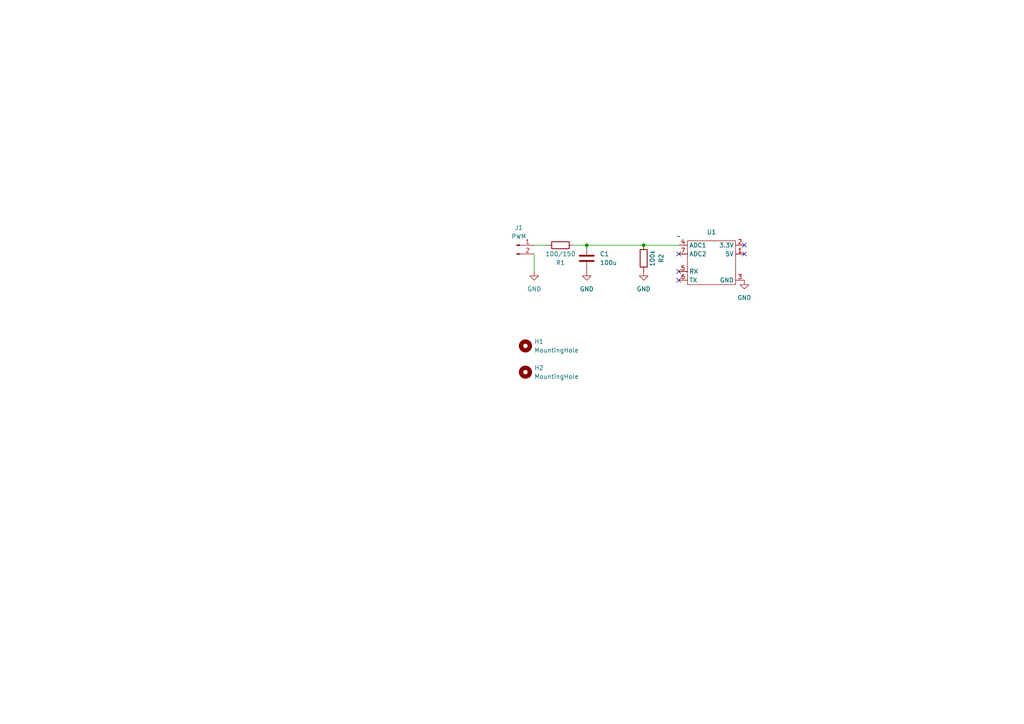
<source format=kicad_sch>
(kicad_sch (version 20230121) (generator eeschema)
  (paper "A4")
  (lib_symbols
    (symbol "--local:vesc_interface"
      (property "Reference" "U" (at 8.89 1.27 0))
      (symbol "vesc_interface_0_1"
        (rectangle (start 2.54 -1.27) (end 16.51 -13.97))
      )
      (symbol "vesc_interface_1_1"
        (pin input line (at 19.05 -5.08 180) (length 2.54) (name "5V") (number "1"))
        (pin input line (at 19.05 -2.54 180) (length 2.54) (name "3.3V") (number "2"))
        (pin input line (at 19.05 -12.7 180) (length 2.54) (name "GND") (number "3"))
        (pin input line (at 0 -2.54 0) (length 2.54) (name "ADC1") (number "4"))
        (pin input line (at 0 -10.16 0) (length 2.54) (name "RX") (number "5"))
        (pin input line (at 0 -12.7 0) (length 2.54) (name "TX") (number "6"))
        (pin input line (at 0 -5.08 0) (length 2.54) (name "ADC2") (number "7"))
      )
    )
    (symbol "Connector:Conn_01x02_Pin" (pin_names (offset 1.016) hide)
      (property "Reference" "J" (at 0 2.54 0))
      (property "Value" "Conn_01x02_Pin" (at 0 -5.08 0))
      (symbol "Conn_01x02_Pin_1_1"
        (polyline (pts (xy 1.27 -2.54) (xy 0.8636 -2.54)) (stroke (width 0.1524)))
        (polyline (pts (xy 1.27 0) (xy 0.8636 0)) (stroke (width 0.1524)))
        (rectangle (start 0.8636 -2.413) (end 0 -2.667) (stroke (width 0.1524)) (fill (type outline)))
        (rectangle (start 0.8636 0.127) (end 0 -0.127) (stroke (width 0.1524)) (fill (type outline)))
        (pin passive line (at 5.08 0 180) (length 3.81) (name "Pin_1") (number "1"))
        (pin passive line (at 5.08 -2.54 180) (length 3.81) (name "Pin_2") (number "2"))
      )
    )
    (symbol "Device:C" (pin_numbers hide) (pin_names (offset 0.254))
      (property "Reference" "C" (at 0.635 2.54 0))
      (property "Value" "C" (at 0.635 -2.54 0))
      (symbol "C_0_1"
        (polyline (pts (xy -2.032 -0.762) (xy 2.032 -0.762)) (stroke (width 0.508)))
        (polyline (pts (xy -2.032 0.762) (xy 2.032 0.762)) (stroke (width 0.508)))
      )
      (symbol "C_1_1"
        (pin passive line (at 0 3.81 270) (length 2.794) (name "~") (number "1"))
        (pin passive line (at 0 -3.81 90) (length 2.794) (name "~") (number "2"))
      )
    )
    (symbol "Device:R" (pin_numbers hide) (pin_names (offset 0))
      (property "Reference" "R" (at 2.032 0 90))
      (property "Value" "R" (at 0 0 90))
      (symbol "R_0_1"
        (rectangle (start -1.016 -2.54) (end 1.016 2.54) (stroke (width 0.254)))
      )
      (symbol "R_1_1"
        (pin passive line (at 0 3.81 270) (length 1.27) (name "~") (number "1"))
        (pin passive line (at 0 -3.81 90) (length 1.27) (name "~") (number "2"))
      )
    )
    (symbol "Mechanical:MountingHole" (pin_names (offset 1.016))
      (property "Reference" "H" (at 0 5.08 0))
      (property "Value" "MountingHole" (at 0 3.175 0))
      (symbol "MountingHole_0_1"
        (circle (center 0 0) (radius 1.27) (stroke (width 1.27)))
      )
    )
    (symbol "power:GND" (power) (pin_names (offset 0))
      (property "Value" "GND" (at 0 -3.81 0))
      (symbol "GND_0_1"
        (polyline (pts (xy 0 0) (xy 0 -1.27) (xy 1.27 -1.27) (xy 0 -2.54) (xy -1.27 -1.27) (xy 0 -1.27)))
      )
      (symbol "GND_1_1"
        (pin power_in line (at 0 0 270) (length 0) hide (name "GND") (number "1"))
      )
    )
  )
  (junction (at 170.18 71.12))
  (junction (at 186.69 71.12))
  (no_connect (at 215.9 73.66))
  (no_connect (at 196.85 81.28))
  (no_connect (at 196.85 78.74))
  (no_connect (at 196.85 73.66))
  (no_connect (at 215.9 71.12))
  (wire (pts (xy 154.94 73.66) (xy 154.94 78.74)))
  (wire (pts (xy 166.37 71.12) (xy 170.18 71.12)))
  (wire (pts (xy 170.18 71.12) (xy 186.69 71.12)))
  (wire (pts (xy 154.94 71.12) (xy 158.75 71.12)))
  (wire (pts (xy 186.69 71.12) (xy 196.85 71.12)))
  (symbol (lib_id "--local:vesc_interface") (at 196.85 68.58 0) (unit 1)
    (property "Reference" "U1" (at 206.375 67.31 0))
    (property "Value" "~" (at 196.85 68.58 0))
    (property "Footprint" "Connector_JST:JST_PH_B7B-PH-K_1x07_P2.00mm_Vertical" (effects hide))
  )
  (symbol (lib_id "power:GND") (at 170.18 78.74 0) (unit 1)
    (property "Reference" "#PWR01" (effects hide))
    (property "Value" "GND" (at 170.18 83.82 0))
  )
  (symbol (lib_id "power:GND") (at 186.69 78.74 0) (unit 1)
    (property "Reference" "#PWR04" (effects hide))
    (property "Value" "GND" (at 186.69 83.82 0))
  )
  (symbol (lib_id "Device:C") (at 170.18 74.93 0) (unit 1)
    (property "Reference" "C1" (at 173.99 73.66 0) (effects (justify left)))
    (property "Value" "100u" (at 173.99 76.2 0) (effects (justify left)))
    (property "Footprint" "Capacitor_SMD:C_0805_2012Metric" (effects hide))
  )
  (symbol (lib_id "Device:R") (at 186.69 74.93 0) (unit 1)
    (property "Reference" "R2" (at 191.77 74.93 90))
    (property "Value" "100k" (at 189.23 74.93 90))
    (property "Footprint" "Resistor_SMD:R_0805_2012Metric_Pad1.20x1.40mm_HandSolder" (effects hide))
  )
  (symbol (lib_id "Mechanical:MountingHole") (at 152.4 107.95 0) (unit 1)
    (property "Reference" "H2" (at 154.94 106.68 0) (effects (justify left)))
    (property "Value" "MountingHole" (at 154.94 109.22 0) (effects (justify left)))
    (property "Footprint" "MountingHole:MountingHole_3.2mm_M3_Pad_Via" (effects hide))
  )
  (symbol (lib_id "Mechanical:MountingHole") (at 152.4 100.33 0) (unit 1)
    (property "Reference" "H1" (at 154.94 99.06 0) (effects (justify left)))
    (property "Value" "MountingHole" (at 154.94 101.6 0) (effects (justify left)))
    (property "Footprint" "MountingHole:MountingHole_3.2mm_M3_Pad_Via" (effects hide))
  )
  (symbol (lib_id "Device:R") (at 162.56 71.12 270) (unit 1)
    (property "Reference" "R1" (at 162.56 76.2 90))
    (property "Value" "100/150" (at 162.56 73.66 90))
    (property "Footprint" "Resistor_SMD:R_0805_2012Metric_Pad1.20x1.40mm_HandSolder" (effects hide))
  )
  (symbol (lib_id "power:GND") (at 215.9 81.28 0) (unit 1)
    (property "Reference" "#PWR03" (effects hide))
    (property "Value" "GND" (at 215.9 86.36 0))
  )
  (symbol (lib_id "power:GND") (at 154.94 78.74 0) (unit 1)
    (property "Reference" "#PWR02" (effects hide))
    (property "Value" "GND" (at 154.94 83.82 0))
  )
  (symbol (lib_id "Connector:Conn_01x02_Pin") (at 149.86 71.12 0) (unit 1)
    (property "Reference" "J1" (at 150.495 66.04 0))
    (property "Value" "PWM" (at 150.495 68.58 0))
    (property "Footprint" "Connector_JST:JST_XH_B2B-XH-A_1x02_P2.50mm_Vertical" (effects hide))
  )
)
</source>
